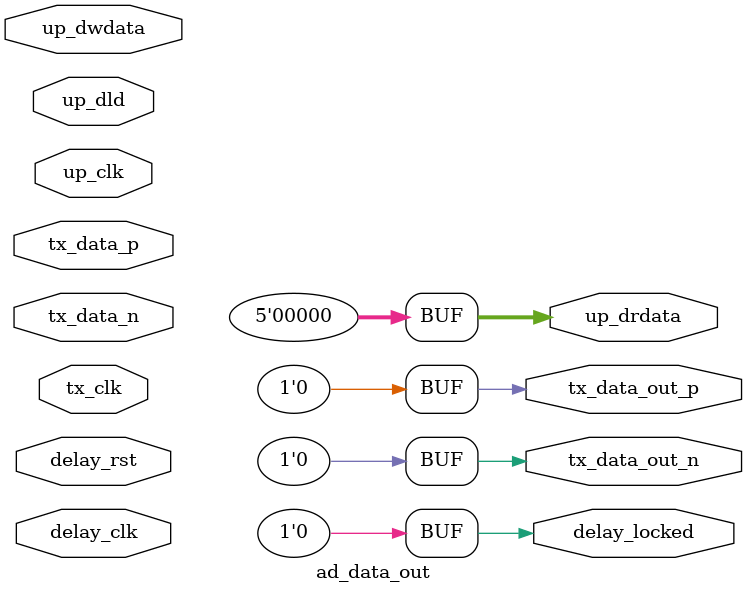
<source format=v>
module ad_data_out(	// file.cleaned.mlir:2:3
  input        tx_clk,	// file.cleaned.mlir:2:29
               tx_data_p,	// file.cleaned.mlir:2:46
               tx_data_n,	// file.cleaned.mlir:2:66
               up_clk,	// file.cleaned.mlir:2:86
               up_dld,	// file.cleaned.mlir:2:103
  input  [4:0] up_dwdata,	// file.cleaned.mlir:2:120
  input        delay_clk,	// file.cleaned.mlir:2:140
               delay_rst,	// file.cleaned.mlir:2:160
  output       tx_data_out_p,	// file.cleaned.mlir:2:181
               tx_data_out_n,	// file.cleaned.mlir:2:205
  output [4:0] up_drdata,	// file.cleaned.mlir:2:229
  output       delay_locked	// file.cleaned.mlir:2:249
);

  assign tx_data_out_p = 1'h0;	// file.cleaned.mlir:3:14, :5:5
  assign tx_data_out_n = 1'h0;	// file.cleaned.mlir:3:14, :5:5
  assign up_drdata = 5'h0;	// file.cleaned.mlir:4:14, :5:5
  assign delay_locked = 1'h0;	// file.cleaned.mlir:3:14, :5:5
endmodule


</source>
